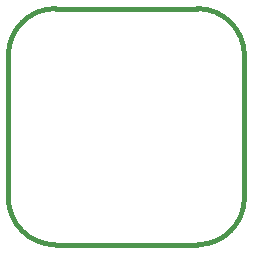
<source format=gbr>
G04 #@! TF.FileFunction,Profile,NP*
%FSLAX46Y46*%
G04 Gerber Fmt 4.6, Leading zero omitted, Abs format (unit mm)*
G04 Created by KiCad (PCBNEW 4.0.5) date 03/12/17 11:55:43*
%MOMM*%
%LPD*%
G01*
G04 APERTURE LIST*
%ADD10C,0.150000*%
%ADD11C,0.381000*%
G04 APERTURE END LIST*
D10*
D11*
X159000000Y-80000000D02*
X171000000Y-80000000D01*
X175000000Y-84000000D02*
X175000000Y-96000000D01*
X159000000Y-100000000D02*
X171000000Y-100000000D01*
X155000000Y-84000000D02*
X155000000Y-96000000D01*
X155000000Y-96000000D02*
G75*
G03X159000000Y-100000000I4000000J0D01*
G01*
X171000000Y-100000000D02*
G75*
G03X175000000Y-96000000I0J4000000D01*
G01*
X175000000Y-84000000D02*
G75*
G03X171000000Y-80000000I-4000000J0D01*
G01*
X159000000Y-80000000D02*
G75*
G03X155000000Y-84000000I0J-4000000D01*
G01*
M02*

</source>
